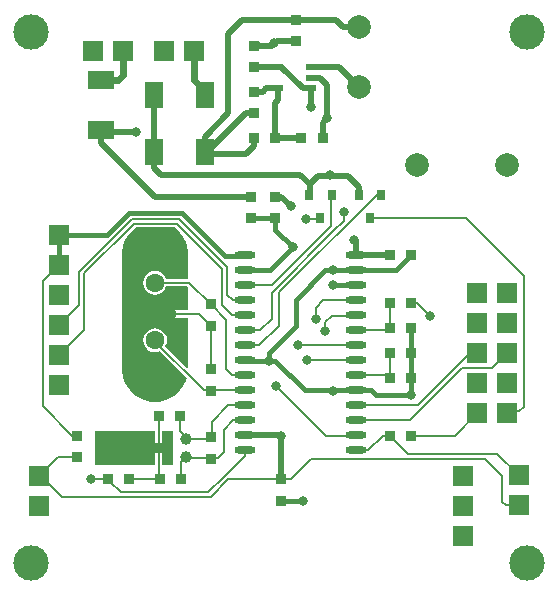
<source format=gtl>
G04 Layer_Physical_Order=1*
G04 Layer_Color=255*
%FSLAX44Y44*%
%MOMM*%
G71*
G01*
G75*
%ADD10R,0.9000X0.9000*%
%ADD11R,0.9000X0.9000*%
%ADD12R,2.3000X1.5200*%
%ADD13R,1.5200X2.3000*%
%ADD14R,0.8000X0.9000*%
%ADD15O,1.8000X0.6000*%
%ADD16R,0.9500X0.5500*%
%ADD17C,0.2000*%
%ADD18C,0.5000*%
%ADD19C,0.4000*%
%ADD20C,0.6000*%
%ADD21C,3.0000*%
%ADD22R,1.8000X1.8000*%
%ADD23C,2.0000*%
%ADD24R,1.8000X1.8000*%
%ADD25C,1.6000*%
%ADD26C,1.0000*%
%ADD27C,0.8000*%
G36*
X153241Y312857D02*
X156357Y309741D01*
X158948Y306175D01*
X160949Y302248D01*
X162311Y298057D01*
X163000Y293704D01*
Y291500D01*
Y270559D01*
X144557D01*
X143735Y272543D01*
X142132Y274632D01*
X140043Y276235D01*
X137611Y277243D01*
X135000Y277586D01*
X132389Y277243D01*
X129957Y276235D01*
X127868Y274632D01*
X126265Y272543D01*
X125257Y270110D01*
X124914Y267500D01*
X125257Y264890D01*
X126265Y262457D01*
X127868Y260368D01*
X129957Y258765D01*
X132389Y257757D01*
X135000Y257414D01*
X137611Y257757D01*
X140043Y258765D01*
X142132Y260368D01*
X143735Y262457D01*
X144557Y264441D01*
X162233D01*
X163000Y263674D01*
Y244059D01*
X148250D01*
X147079Y243826D01*
X146087Y243163D01*
X145424Y242171D01*
X145191Y241000D01*
X145424Y239830D01*
X146087Y238837D01*
X147079Y238174D01*
X148250Y237941D01*
X163000D01*
Y195822D01*
X161730Y195296D01*
X143576Y213450D01*
X143735Y213657D01*
X144743Y216089D01*
X145086Y218700D01*
X144743Y221311D01*
X143735Y223743D01*
X142132Y225832D01*
X140043Y227435D01*
X137611Y228443D01*
X135000Y228786D01*
X132389Y228443D01*
X129957Y227435D01*
X127868Y225832D01*
X126265Y223743D01*
X125257Y221311D01*
X124914Y218700D01*
X125257Y216089D01*
X126265Y213657D01*
X127868Y211568D01*
X129957Y209965D01*
X132389Y208957D01*
X135000Y208614D01*
X137611Y208957D01*
X138888Y209487D01*
X161800Y186574D01*
X160949Y183952D01*
X158948Y180025D01*
X156357Y176459D01*
X153241Y173343D01*
X149675Y170752D01*
X145748Y168751D01*
X141557Y167389D01*
X137204Y166700D01*
X132796D01*
X128443Y167389D01*
X124252Y168751D01*
X120325Y170752D01*
X116759Y173343D01*
X113643Y176459D01*
X111052Y180025D01*
X109051Y183952D01*
X107689Y188143D01*
X107000Y192496D01*
Y194700D01*
Y291500D01*
Y293704D01*
X107689Y298057D01*
X109051Y302248D01*
X111052Y306175D01*
X113429Y309446D01*
X117054Y313071D01*
X118940Y314441D01*
X151060D01*
X153241Y312857D01*
D02*
G37*
G36*
X150000Y113000D02*
X141059D01*
Y142250D01*
X150000D01*
Y113000D01*
D02*
G37*
G36*
X134941D02*
X84500D01*
Y142250D01*
X134941D01*
Y113000D01*
D02*
G37*
D10*
X182000Y176000D02*
D03*
Y194000D02*
D03*
Y249000D02*
D03*
Y231000D02*
D03*
X242000Y83000D02*
D03*
Y101000D02*
D03*
X69000Y138000D02*
D03*
Y120000D02*
D03*
X182000Y136500D02*
D03*
Y118500D02*
D03*
X216000Y340000D02*
D03*
Y322000D02*
D03*
X237000Y322000D02*
D03*
Y340000D02*
D03*
X219000Y429000D02*
D03*
Y411000D02*
D03*
Y468000D02*
D03*
Y450000D02*
D03*
X254000Y472000D02*
D03*
Y490000D02*
D03*
D11*
X157000Y101000D02*
D03*
X139000D02*
D03*
X352000Y290500D02*
D03*
X334000D02*
D03*
X156000Y154250D02*
D03*
X138000D02*
D03*
X352000Y187000D02*
D03*
X334000D02*
D03*
X352000Y208000D02*
D03*
X334000D02*
D03*
X95000Y101000D02*
D03*
X113000D02*
D03*
X334000Y138000D02*
D03*
X352000D02*
D03*
X334000Y250000D02*
D03*
X352000D02*
D03*
X219000Y390000D02*
D03*
X237000D02*
D03*
X259000D02*
D03*
X277000D02*
D03*
X352000Y229000D02*
D03*
X334000D02*
D03*
D12*
X89000Y439000D02*
D03*
Y396300D02*
D03*
D13*
X177000Y378000D02*
D03*
X134300D02*
D03*
X177000Y426000D02*
D03*
X134300D02*
D03*
D14*
X317000Y322000D02*
D03*
X307500Y342000D02*
D03*
X326500D02*
D03*
X275000Y322000D02*
D03*
X265500Y342000D02*
D03*
X284500D02*
D03*
D15*
X305000Y125450D02*
D03*
Y138150D02*
D03*
Y150850D02*
D03*
Y163550D02*
D03*
Y176250D02*
D03*
Y188950D02*
D03*
Y201650D02*
D03*
Y214350D02*
D03*
Y227050D02*
D03*
Y239750D02*
D03*
Y252450D02*
D03*
Y265150D02*
D03*
Y277850D02*
D03*
Y290550D02*
D03*
X211000Y125450D02*
D03*
Y138150D02*
D03*
Y150850D02*
D03*
Y163550D02*
D03*
Y176250D02*
D03*
Y188950D02*
D03*
Y201650D02*
D03*
Y214350D02*
D03*
Y227050D02*
D03*
Y239750D02*
D03*
Y252450D02*
D03*
Y265150D02*
D03*
Y277850D02*
D03*
Y290550D02*
D03*
D16*
X266750Y432000D02*
D03*
Y441000D02*
D03*
Y450000D02*
D03*
X239250D02*
D03*
Y432000D02*
D03*
D17*
X54000Y231800D02*
X70750Y248550D01*
X54000Y206400D02*
X75000Y227400D01*
X223350Y214350D02*
X240000Y231000D01*
X211000Y214350D02*
X223350D01*
X65000Y138000D02*
X69000D01*
X40000Y163000D02*
X65000Y138000D01*
X40000Y163000D02*
Y268600D01*
X54000Y282600D01*
X322657Y342000D02*
X326500D01*
X240000Y259343D02*
X322657Y342000D01*
X305000Y150850D02*
X350850D01*
X305000Y163550D02*
X357550D01*
X424900Y122500D02*
X443000Y104400D01*
X349500Y122500D02*
X424900D01*
X334000Y138000D02*
X349500Y122500D01*
X414500Y118500D02*
X429000Y104000D01*
X240000Y231000D02*
Y259343D01*
X234000Y237000D02*
Y259000D01*
X224050Y227050D02*
X234000Y237000D01*
X211000Y227050D02*
X224050D01*
X237741Y179759D02*
X280000Y137500D01*
X237512Y179759D02*
X237741D01*
X271250Y237000D02*
Y246250D01*
X277500Y252500D01*
X303951D01*
X234150Y265150D02*
X284000Y315000D01*
X279000Y226750D02*
Y233750D01*
X263000Y321000D02*
X275000D01*
X284000Y315000D02*
Y341500D01*
X279000Y233750D02*
X284750Y239500D01*
X304250D01*
X280000Y137500D02*
X304350D01*
X315450Y125450D02*
X328000Y138000D01*
X305000Y125450D02*
X315450D01*
X328000Y138000D02*
X334000D01*
X357000Y250000D02*
X368000Y239000D01*
X352000Y250000D02*
X357000D01*
X180000Y90000D02*
X193000Y103000D01*
X106000Y90000D02*
X180000D01*
X96974Y99026D02*
X106000Y90000D01*
X182000Y86000D02*
X197000Y101000D01*
X56000Y86000D02*
X182000D01*
X37500Y104500D02*
X56000Y86000D01*
X211000Y265150D02*
X234150D01*
X402000Y208000D02*
X408000D01*
X357550Y163550D02*
X402000Y208000D01*
X429000Y82000D02*
Y104000D01*
Y82000D02*
X432000Y79000D01*
X443000D01*
X81000Y101000D02*
X95000D01*
X53000Y120000D02*
X69000D01*
X37000Y104000D02*
X53000Y120000D01*
X92736Y100000D02*
X97948D01*
X305050Y227000D02*
X334000D01*
X334000Y229000D02*
Y250000D01*
X138000Y102001D02*
Y154250D01*
Y102001D02*
X139000Y101001D01*
X113000D02*
X139000D01*
X139000Y101000D01*
X334000Y227000D02*
X334000Y227000D01*
X211000Y121000D02*
Y125450D01*
X305050Y227000D02*
X305050Y227000D01*
X334000Y187000D02*
Y189000D01*
Y208000D01*
X305050Y189000D02*
X334000D01*
X350850Y150850D02*
X395000Y195000D01*
X234000Y259000D02*
X286000Y311000D01*
X284000Y341500D02*
X284500Y342000D01*
X295000Y320000D02*
Y327000D01*
X286000Y311000D02*
X295000Y320000D01*
X96974Y99026D02*
X97948Y100000D01*
X197000Y101000D02*
X242000Y101000D01*
X193000Y103000D02*
Y103243D01*
X194757Y105000D01*
X195000D01*
X211000Y121000D01*
X156000Y142001D02*
Y154250D01*
X200850Y150850D02*
X211000D01*
X161000Y137000D02*
X161000D01*
X156000Y142001D02*
X161000Y137000D01*
X197050Y163550D02*
X211000D01*
X183000Y139000D02*
Y149500D01*
X197050Y163550D01*
X255750Y214350D02*
X305000D01*
X263500Y201650D02*
X305000D01*
X304451Y252999D02*
X305000Y252450D01*
X304750Y240000D02*
X305000Y239750D01*
X161000Y137000D02*
X162750Y135250D01*
X179250D01*
X183000Y139000D01*
X157000Y101000D02*
Y115250D01*
X160750Y119000D01*
X188250D01*
X193000Y123750D01*
Y143000D01*
X200850Y150850D01*
X320000Y322000D02*
X398000D01*
X447250Y272750D01*
X443400Y158400D02*
X447250Y162250D01*
Y272750D01*
X356001Y138000D02*
X388800D01*
X408000Y157200D01*
X433400Y158400D02*
X443400D01*
X395000Y195000D02*
X420400D01*
X433400Y208000D01*
X70750Y248550D02*
Y276750D01*
X115500Y321500D01*
X75000Y227400D02*
Y275343D01*
X117157Y317500D01*
X200500Y239750D02*
X211000D01*
X200800Y252450D02*
X211000D01*
X133450Y219250D02*
X176450Y176250D01*
X211000D01*
X196000Y257250D02*
X200800Y252450D01*
X196000Y257250D02*
Y280407D01*
X192000Y248250D02*
X200500Y239750D01*
X192000Y248250D02*
Y278750D01*
X135000Y267500D02*
X163500D01*
X182000Y249000D01*
X200550Y188950D02*
X211000D01*
X195000Y194500D02*
X200550Y188950D01*
X195000Y194500D02*
Y236000D01*
X182000Y249000D02*
X195000Y236000D01*
X148250Y241000D02*
X172000D01*
X182000Y231000D01*
Y194000D02*
Y231000D01*
X117157Y317500D02*
X153250D01*
X192000Y278750D01*
X115500Y321500D02*
X154907D01*
X196000Y280407D01*
X267000Y118500D02*
X414500D01*
X242000Y101250D02*
X249750D01*
X267000Y118500D01*
D18*
X135000Y340000D02*
X216000D01*
X89000Y386000D02*
X135000Y340000D01*
X134300Y364700D02*
Y378000D01*
Y364700D02*
X140000Y359000D01*
X258000D01*
X275000Y441000D02*
X281000Y435000D01*
Y407000D02*
Y435000D01*
X277000Y403000D02*
X281000Y407000D01*
X211000Y138150D02*
X240600D01*
X219000Y383000D02*
Y390000D01*
X212000Y376000D02*
X219000Y383000D01*
X179000Y376000D02*
X212000D01*
X258000Y359000D02*
X266000Y351000D01*
Y345000D02*
Y351000D01*
X273000Y358000D01*
X90300Y395000D02*
X119000D01*
X266750Y415750D02*
Y432000D01*
X239250Y421750D02*
Y432000D01*
X219000Y450000D02*
X239250D01*
X229000Y432000D02*
X239250D01*
X226000Y429000D02*
X229000Y432000D01*
X219000Y429000D02*
X226000D01*
X209000Y490000D02*
X254000D01*
X219000Y468000D02*
X234000D01*
X238000Y472000D01*
X254000D01*
X197000Y478000D02*
X209000Y490000D01*
X242000Y450000D02*
X260000Y432000D01*
X266750D01*
Y441000D02*
X275000D01*
X291000Y450000D02*
X308000Y433000D01*
X266750Y450000D02*
X291000D01*
X254000Y490000D02*
X288000D01*
X294200Y483800D01*
X308000D01*
X177000Y391000D02*
X197000Y411000D01*
Y478000D01*
X177000Y376000D02*
X212000Y411000D01*
X219000D01*
X177000Y378000D02*
Y391000D01*
X134300Y378000D02*
Y426000D01*
X237000Y390000D02*
Y419500D01*
X239250Y421750D01*
X237000Y390000D02*
X259000D01*
X277000D02*
Y403000D01*
X237000Y340000D02*
X242000D01*
X250000Y332000D01*
X89000Y386000D02*
Y396300D01*
X305000Y290550D02*
X333950D01*
X273000Y358000D02*
X298250Y358000D01*
X307500Y348750D01*
Y345000D02*
Y348750D01*
X305000Y290550D02*
Y301500D01*
X242000Y101250D02*
Y136750D01*
D19*
X54000Y282600D02*
Y308000D01*
X278850Y277850D02*
X286000D01*
X236571Y201500D02*
X261821Y176250D01*
X286600Y265150D02*
X305000D01*
X232350Y277850D02*
X251750Y297250D01*
X211000Y277850D02*
X232350D01*
X237000Y312000D02*
X251750Y297250D01*
X237000Y312000D02*
Y322000D01*
X240600Y138150D02*
X242000Y136750D01*
X286000Y277850D02*
X305000D01*
X322000Y172000D02*
X352000D01*
X317750Y176250D02*
X322000Y172000D01*
X305000Y176250D02*
X317750D01*
X239250Y450000D02*
X239250Y450000D01*
X239250Y432000D02*
X239250Y432000D01*
X254000Y490000D02*
X254000Y490000D01*
X219000Y468000D02*
X221000Y470000D01*
X239250Y450000D02*
X242000D01*
X352000Y172000D02*
Y227000D01*
X177000Y378000D02*
X179000Y376000D01*
X216000Y322000D02*
X237000D01*
X261821Y176250D02*
X305000D01*
X339350Y277850D02*
X352000Y290500D01*
X305000Y277850D02*
X339350D01*
X242000Y83000D02*
X260000D01*
X254000Y253000D02*
X278850Y277850D01*
X211150Y201500D02*
X231250D01*
X236571D01*
X231250D02*
Y208250D01*
X254000Y231000D01*
Y253000D01*
X157500Y326500D02*
X194000Y290000D01*
X210450D01*
X54000Y308000D02*
X94250D01*
X112750Y326500D01*
X157500D01*
X303250Y303250D02*
X305000Y301500D01*
D20*
X89000Y439000D02*
X104000D01*
X108000Y443000D01*
Y464000D01*
X168000Y439000D02*
X179000Y428000D01*
X168000Y439000D02*
Y464000D01*
D21*
X450000Y30000D02*
D03*
X30000D02*
D03*
X30000Y480000D02*
D03*
X450000D02*
D03*
D22*
X37000Y78600D02*
D03*
Y104000D02*
D03*
X443000Y104400D02*
D03*
Y79000D02*
D03*
X433400Y258800D02*
D03*
Y233400D02*
D03*
Y208000D02*
D03*
Y182600D02*
D03*
Y157200D02*
D03*
X408000D02*
D03*
Y182600D02*
D03*
Y208000D02*
D03*
Y233400D02*
D03*
Y258800D02*
D03*
X396000Y53200D02*
D03*
Y78600D02*
D03*
Y104000D02*
D03*
X54000Y308000D02*
D03*
Y206400D02*
D03*
Y181000D02*
D03*
Y257200D02*
D03*
Y282600D02*
D03*
Y231800D02*
D03*
D23*
X433100Y367000D02*
D03*
X356900D02*
D03*
X308000Y433000D02*
D03*
Y483800D02*
D03*
D24*
X82600Y464000D02*
D03*
X108000D02*
D03*
X142600Y464000D02*
D03*
X168000D02*
D03*
D25*
X135000Y267500D02*
D03*
Y218700D02*
D03*
D26*
X161250Y120000D02*
D03*
Y135000D02*
D03*
X148250Y241000D02*
D03*
X138000Y127250D02*
D03*
X135000Y191750D02*
D03*
Y294750D02*
D03*
D27*
X281000Y407000D02*
D03*
X303250Y303250D02*
D03*
X283250Y358500D02*
D03*
X285750Y176000D02*
D03*
X286000Y265750D02*
D03*
X251750Y297250D02*
D03*
X237512Y179759D02*
D03*
X263500Y202000D02*
D03*
X271250Y237000D02*
D03*
X279000Y226750D02*
D03*
X263000Y321000D02*
D03*
X286000Y277850D02*
D03*
X241250Y137500D02*
D03*
X368000Y239000D02*
D03*
X119000Y395000D02*
D03*
X81000Y101000D02*
D03*
X266750Y415750D02*
D03*
X236000Y470000D02*
D03*
X352000Y172000D02*
D03*
X250000Y332000D02*
D03*
X295000Y327000D02*
D03*
X255750Y214250D02*
D03*
X260000Y83000D02*
D03*
X231250Y201500D02*
D03*
M02*

</source>
